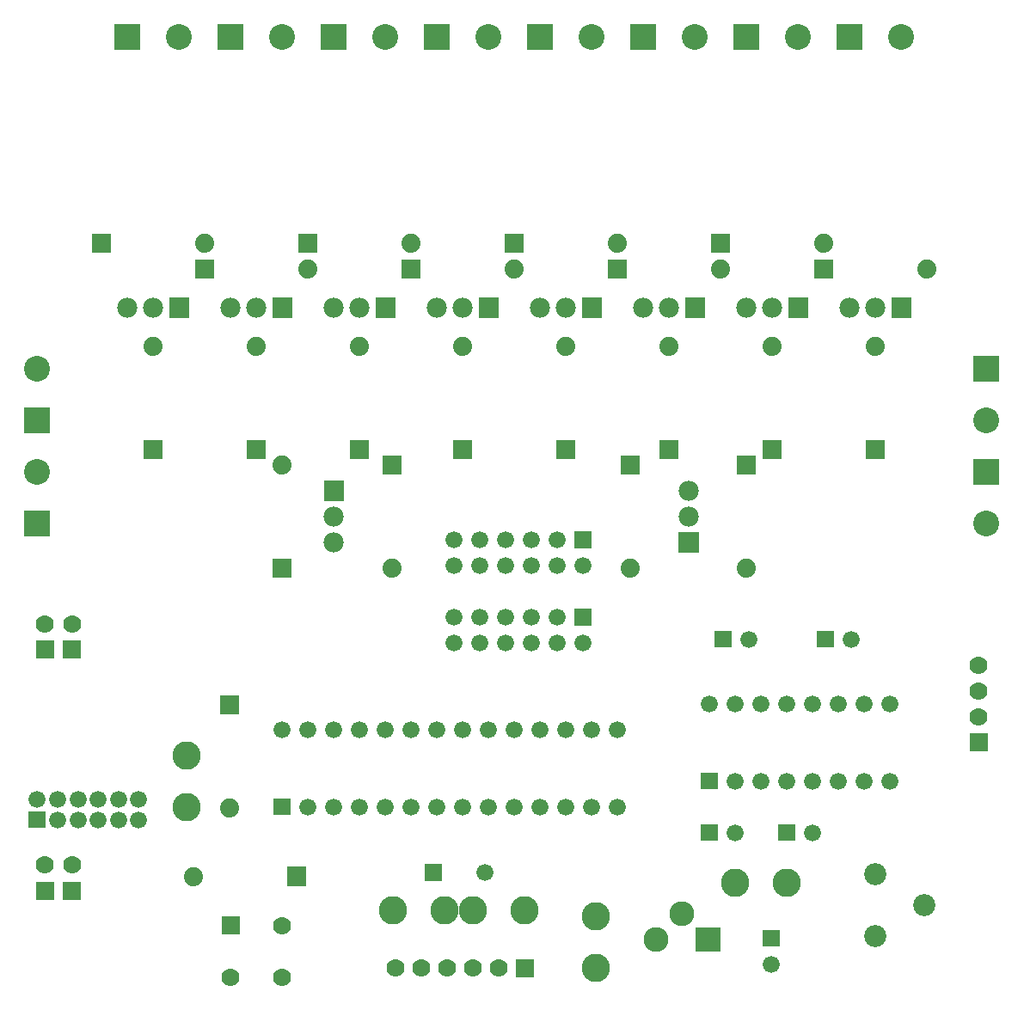
<source format=gbs>
G04 start of page 8 for group -4062 idx -4062 *
G04 Title: (unknown), soldermask *
G04 Creator: pcb 20110918 *
G04 CreationDate: Tue 29 Apr 2014 11:30:52 GMT UTC *
G04 For: ksarkies *
G04 Format: Gerber/RS-274X *
G04 PCB-Dimensions: 390000 390000 *
G04 PCB-Coordinate-Origin: lower left *
%MOIN*%
%FSLAX25Y25*%
%LNBOTTOMMASK*%
%ADD119C,0.0860*%
%ADD118C,0.0960*%
%ADD117C,0.0740*%
%ADD116C,0.0780*%
%ADD115C,0.0700*%
%ADD114C,0.1000*%
%ADD113C,0.0001*%
%ADD112C,0.1100*%
%ADD111C,0.0660*%
G54D111*X155000Y110000D03*
X145000D03*
X135000D03*
X125000D03*
X115000D03*
X105000D03*
G54D112*X68000Y100000D03*
G54D113*G36*
X80800Y123200D02*Y115800D01*
X88200D01*
Y123200D01*
X80800D01*
G37*
G36*
X5000Y195000D02*Y185000D01*
X15000D01*
Y195000D01*
X5000D01*
G37*
G54D114*X10000Y210000D03*
G54D113*G36*
X51300Y222200D02*Y214800D01*
X58700D01*
Y222200D01*
X51300D01*
G37*
G36*
X20000Y144500D02*Y137500D01*
X27000D01*
Y144500D01*
X20000D01*
G37*
G54D115*X23500Y151000D03*
G54D113*G36*
X9500Y144500D02*Y137500D01*
X16500D01*
Y144500D01*
X9500D01*
G37*
G54D115*X13000Y151000D03*
G54D113*G36*
X171300Y222200D02*Y214800D01*
X178700D01*
Y222200D01*
X171300D01*
G37*
G36*
X131300D02*Y214800D01*
X138700D01*
Y222200D01*
X131300D01*
G37*
G36*
X143800Y216200D02*Y208800D01*
X151200D01*
Y216200D01*
X143800D01*
G37*
G36*
X121100Y206400D02*Y198600D01*
X128900D01*
Y206400D01*
X121100D01*
G37*
G54D116*X125000Y192500D03*
Y182500D03*
G54D113*G36*
X101300Y176200D02*Y168800D01*
X108700D01*
Y176200D01*
X101300D01*
G37*
G54D117*X147500Y172500D03*
G54D113*G36*
X91300Y222200D02*Y214800D01*
X98700D01*
Y222200D01*
X91300D01*
G37*
G54D117*X105000Y212500D03*
G54D111*X181500Y183500D03*
Y173500D03*
X171500Y183500D03*
Y173500D03*
X181500Y153500D03*
X171500D03*
X181500Y143500D03*
X171500D03*
G54D114*X10000Y250000D03*
G54D113*G36*
X61100Y277400D02*Y269600D01*
X68900D01*
Y277400D01*
X61100D01*
G37*
G54D117*X95000Y258500D03*
G54D116*X55000Y273500D03*
G54D117*Y258500D03*
G54D116*X45000Y273500D03*
G54D113*G36*
X31300Y302200D02*Y294800D01*
X38700D01*
Y302200D01*
X31300D01*
G37*
G36*
X71300Y292200D02*Y284800D01*
X78700D01*
Y292200D01*
X71300D01*
G37*
G54D117*X75000Y298500D03*
X115000Y288500D03*
G54D113*G36*
X111300Y302200D02*Y294800D01*
X118700D01*
Y302200D01*
X111300D01*
G37*
G54D117*X155000Y298500D03*
G54D113*G36*
X151300Y292200D02*Y284800D01*
X158700D01*
Y292200D01*
X151300D01*
G37*
G36*
X101100Y277400D02*Y269600D01*
X108900D01*
Y277400D01*
X101100D01*
G37*
G54D116*X135000Y273500D03*
X125000D03*
X95000D03*
X85000D03*
G54D113*G36*
X141100Y277400D02*Y269600D01*
X148900D01*
Y277400D01*
X141100D01*
G37*
G36*
X181100D02*Y269600D01*
X188900D01*
Y277400D01*
X181100D01*
G37*
G54D116*X175000Y273500D03*
X165000D03*
G54D117*X175000Y258500D03*
X135000D03*
G54D116*X205000Y273500D03*
G54D113*G36*
X191300Y302200D02*Y294800D01*
X198700D01*
Y302200D01*
X191300D01*
G37*
G54D117*X195000Y288500D03*
G54D113*G36*
X221100Y277400D02*Y269600D01*
X228900D01*
Y277400D01*
X221100D01*
G37*
G36*
X231300Y292200D02*Y284800D01*
X238700D01*
Y292200D01*
X231300D01*
G37*
G54D117*X235000Y298500D03*
G54D116*X215000Y273500D03*
G54D117*Y258500D03*
G54D113*G36*
X271300Y302200D02*Y294800D01*
X278700D01*
Y302200D01*
X271300D01*
G37*
G54D117*X315000Y298500D03*
X275000Y288500D03*
G54D113*G36*
X311300Y292200D02*Y284800D01*
X318700D01*
Y292200D01*
X311300D01*
G37*
G36*
X373000Y215000D02*Y205000D01*
X383000D01*
Y215000D01*
X373000D01*
G37*
G54D114*X378000Y190000D03*
G54D113*G36*
X373000Y255000D02*Y245000D01*
X383000D01*
Y255000D01*
X373000D01*
G37*
G54D114*X378000Y230000D03*
G54D113*G36*
X341100Y277400D02*Y269600D01*
X348900D01*
Y277400D01*
X341100D01*
G37*
G54D116*X335000Y273500D03*
G54D113*G36*
X331300Y222200D02*Y214800D01*
X338700D01*
Y222200D01*
X331300D01*
G37*
G54D117*X335000Y258500D03*
G54D116*X325000Y273500D03*
G54D113*G36*
X291300Y222200D02*Y214800D01*
X298700D01*
Y222200D01*
X291300D01*
G37*
G54D117*X295000Y258500D03*
G54D113*G36*
X301100Y277400D02*Y269600D01*
X308900D01*
Y277400D01*
X301100D01*
G37*
G54D116*X295000Y273500D03*
X285000D03*
G54D113*G36*
X261100Y277400D02*Y269600D01*
X268900D01*
Y277400D01*
X261100D01*
G37*
G54D116*X255000Y273500D03*
X245000D03*
G54D113*G36*
X281300Y216200D02*Y208800D01*
X288700D01*
Y216200D01*
X281300D01*
G37*
G54D117*X255000Y258500D03*
G54D111*X221500Y173500D03*
G54D117*X240000Y172500D03*
G54D111*X211500Y183500D03*
X201500D03*
X191500D03*
X211500Y173500D03*
X201500D03*
X191500D03*
G54D113*G36*
X218200Y156800D02*Y150200D01*
X224800D01*
Y156800D01*
X218200D01*
G37*
G54D111*X221500Y143500D03*
X211500Y153500D03*
Y143500D03*
X201500Y153500D03*
Y143500D03*
X191500Y153500D03*
Y143500D03*
G54D113*G36*
X211300Y222200D02*Y214800D01*
X218700D01*
Y222200D01*
X211300D01*
G37*
G36*
X218200Y186800D02*Y180200D01*
X224800D01*
Y186800D01*
X218200D01*
G37*
G36*
X236300Y216200D02*Y208800D01*
X243700D01*
Y216200D01*
X236300D01*
G37*
G36*
X251300Y222200D02*Y214800D01*
X258700D01*
Y222200D01*
X251300D01*
G37*
G36*
X258600Y186400D02*Y178600D01*
X266400D01*
Y186400D01*
X258600D01*
G37*
G54D116*X262500Y192500D03*
Y202500D03*
G54D117*X285000Y172500D03*
G54D111*X340500Y120000D03*
X330500D03*
X320500D03*
X310500D03*
X300500D03*
X290500D03*
X280500D03*
X270500D03*
G54D113*G36*
X312200Y148300D02*Y141700D01*
X318800D01*
Y148300D01*
X312200D01*
G37*
G54D111*X325500Y145000D03*
G54D113*G36*
X272700Y148300D02*Y141700D01*
X279300D01*
Y148300D01*
X272700D01*
G37*
G54D111*X286000Y145000D03*
G54D113*G36*
X5000Y235000D02*Y225000D01*
X15000D01*
Y235000D01*
X5000D01*
G37*
G36*
X40000Y383500D02*Y373500D01*
X50000D01*
Y383500D01*
X40000D01*
G37*
G54D114*X65000Y378500D03*
G54D113*G36*
X80000Y383500D02*Y373500D01*
X90000D01*
Y383500D01*
X80000D01*
G37*
G54D114*X105000Y378500D03*
G54D113*G36*
X120000Y383500D02*Y373500D01*
X130000D01*
Y383500D01*
X120000D01*
G37*
G54D114*X145000Y378500D03*
G54D113*G36*
X160000Y383500D02*Y373500D01*
X170000D01*
Y383500D01*
X160000D01*
G37*
G54D114*X185000Y378500D03*
G54D113*G36*
X200000Y383500D02*Y373500D01*
X210000D01*
Y383500D01*
X200000D01*
G37*
G54D114*X225000Y378500D03*
G54D113*G36*
X240000Y383500D02*Y373500D01*
X250000D01*
Y383500D01*
X240000D01*
G37*
G54D114*X265000Y378500D03*
G54D113*G36*
X280000Y383500D02*Y373500D01*
X290000D01*
Y383500D01*
X280000D01*
G37*
G54D114*X305000Y378500D03*
G54D113*G36*
X320000Y383500D02*Y373500D01*
X330000D01*
Y383500D01*
X320000D01*
G37*
G54D114*X345000Y378500D03*
G54D117*X355000Y288500D03*
G54D112*X199000Y40000D03*
G54D118*X260000Y38500D03*
G54D112*X226500Y37500D03*
G54D113*G36*
X265200Y33300D02*Y23700D01*
X274800D01*
Y33300D01*
X265200D01*
G37*
G54D118*X250000Y28500D03*
G54D112*X226500Y17500D03*
G54D113*G36*
X371500Y108500D02*Y101500D01*
X378500D01*
Y108500D01*
X371500D01*
G37*
G54D115*X375000Y115000D03*
Y125000D03*
Y135000D03*
G54D119*X335000Y54000D03*
X354000Y41900D03*
X335000Y30000D03*
G54D113*G36*
X291200Y32300D02*Y25700D01*
X297800D01*
Y32300D01*
X291200D01*
G37*
G54D111*X294500Y19000D03*
G54D112*X280500Y50500D03*
X300500D03*
G54D113*G36*
X267200Y73300D02*Y66700D01*
X273800D01*
Y73300D01*
X267200D01*
G37*
G54D111*X280500Y70000D03*
G54D113*G36*
X267200Y93300D02*Y86700D01*
X273800D01*
Y93300D01*
X267200D01*
G37*
G54D111*X280500Y90000D03*
X290500D03*
X300500D03*
X310500D03*
X320500D03*
X330500D03*
X340500D03*
G54D113*G36*
X297200Y73300D02*Y66700D01*
X303800D01*
Y73300D01*
X297200D01*
G37*
G54D111*X310500Y70000D03*
G54D113*G36*
X160200Y57800D02*Y51200D01*
X166800D01*
Y57800D01*
X160200D01*
G37*
G54D111*X183500Y54500D03*
X155000Y80000D03*
X165000D03*
G54D112*X168000Y40000D03*
X179000D03*
G54D113*G36*
X195500Y21000D02*Y14000D01*
X202500D01*
Y21000D01*
X195500D01*
G37*
G54D115*X189000Y17500D03*
X179000D03*
X169000D03*
X159000D03*
G54D113*G36*
X81500Y37500D02*Y30500D01*
X88500D01*
Y37500D01*
X81500D01*
G37*
G54D115*X105000Y34000D03*
Y14000D03*
X85000D03*
G54D113*G36*
X101700Y83300D02*Y76700D01*
X108300D01*
Y83300D01*
X101700D01*
G37*
G54D111*X115000Y80000D03*
X125000D03*
X135000D03*
X145000D03*
G54D112*X148000Y40000D03*
G54D117*X84500Y79500D03*
G54D115*X149000Y17500D03*
G54D113*G36*
X106800Y56700D02*Y49300D01*
X114200D01*
Y56700D01*
X106800D01*
G37*
G54D111*X175000Y80000D03*
X185000D03*
X195000D03*
X205000D03*
X215000D03*
X225000D03*
X235000D03*
Y110000D03*
X225000D03*
X215000D03*
X205000D03*
X195000D03*
X185000D03*
X175000D03*
X165000D03*
G54D112*X68000Y80000D03*
G54D117*X70500Y53000D03*
G54D113*G36*
X6700Y78300D02*Y71700D01*
X13300D01*
Y78300D01*
X6700D01*
G37*
G36*
X20000Y51000D02*Y44000D01*
X27000D01*
Y51000D01*
X20000D01*
G37*
G54D115*X23500Y57500D03*
G54D113*G36*
X9500Y51000D02*Y44000D01*
X16500D01*
Y51000D01*
X9500D01*
G37*
G54D115*X13000Y57500D03*
G54D111*X10000Y82874D03*
X17874D03*
X25748D03*
X33622D03*
X41496D03*
X49370D03*
X17874Y75000D03*
X25748D03*
X33622D03*
X41496D03*
X49370D03*
M02*

</source>
